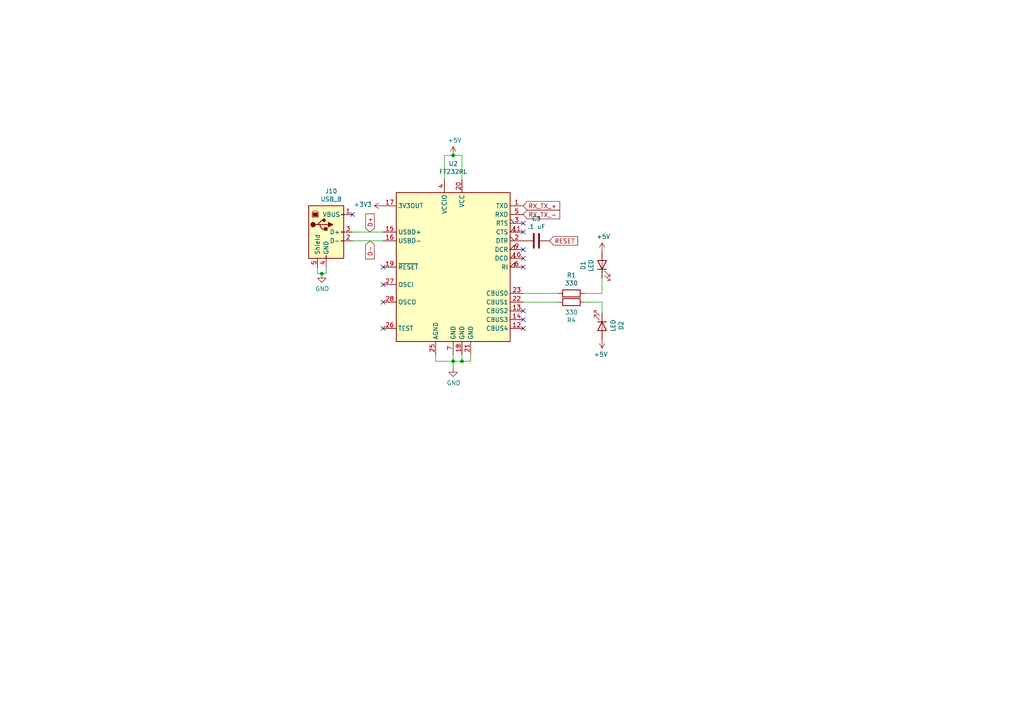
<source format=kicad_sch>
(kicad_sch (version 20211123) (generator eeschema)
  (paper "A4")
  (lib_symbols
    (symbol "Connector:USB_B" (pin_names (offset 1.016))
      (property "Reference" "J" (at -5.08 11.43 0))
      (property "Value" "USB_B" (at -5.08 8.89 0))
      (symbol "USB_B_0_1"
        (rectangle (start -5.08 -7.62) (end 5.08 7.62) (stroke (width 0.254)) (fill (type background)))
        (circle (center -3.81 2.159) (radius 0.635) (stroke (width 0.254)) (fill (type outline)))
        (rectangle (start -3.81 5.588) (end -2.54 4.572) (fill (type outline)))
        (circle (center -0.635 3.429) (radius 0.381) (stroke (width 0.254)) (fill (type outline)))
        (rectangle (start -0.127 -7.62) (end 0.127 -6.858))
        (polyline (pts (xy -1.905 2.159) (xy 0.635 2.159)) (stroke (width 0.254)))
        (polyline (pts (xy -3.175 2.159) (xy -2.54 2.159) (xy -1.27 3.429) (xy -0.635 3.429)) (stroke (width 0.254)))
        (polyline (pts (xy -2.54 2.159) (xy -1.905 2.159) (xy -1.27 0.889) (xy 0 0.889)) (stroke (width 0.254)))
        (polyline (pts (xy 0.635 2.794) (xy 0.635 1.524) (xy 1.905 2.159) (xy 0.635 2.794)) (stroke (width 0.254)) (fill (type outline)))
        (polyline (pts (xy -4.064 4.318) (xy -2.286 4.318) (xy -2.286 5.715) (xy -2.667 6.096) (xy -3.683 6.096) (xy -4.064 5.715) (xy -4.064 4.318)))
        (rectangle (start 0.254 1.27) (end -0.508 0.508) (stroke (width 0.254)) (fill (type outline)))
        (rectangle (start 5.08 -2.667) (end 4.318 -2.413))
        (rectangle (start 5.08 -0.127) (end 4.318 0.127))
        (rectangle (start 5.08 4.953) (end 4.318 5.207))
      )
      (symbol "USB_B_1_1"
        (pin power_out line (at 7.62 5.08 180) (length 2.54) (name "VBUS") (number "1"))
        (pin bidirectional line (at 7.62 -2.54 180) (length 2.54) (name "D-") (number "2"))
        (pin bidirectional line (at 7.62 0 180) (length 2.54) (name "D+") (number "3"))
        (pin power_out line (at 0 -10.16 90) (length 2.54) (name "GND") (number "4"))
        (pin passive line (at -2.54 -10.16 90) (length 2.54) (name "Shield") (number "5"))
      )
    )
    (symbol "Device:C" (pin_numbers hide) (pin_names (offset 0.254))
      (property "Reference" "C" (at 0.635 2.54 0))
      (property "Value" "C" (at 0.635 -2.54 0))
      (symbol "C_0_1"
        (polyline (pts (xy -2.032 -0.762) (xy 2.032 -0.762)) (stroke (width 0.508)))
        (polyline (pts (xy -2.032 0.762) (xy 2.032 0.762)) (stroke (width 0.508)))
      )
      (symbol "C_1_1"
        (pin passive line (at 0 3.81 270) (length 2.794) (name "~") (number "1"))
        (pin passive line (at 0 -3.81 90) (length 2.794) (name "~") (number "2"))
      )
    )
    (symbol "Device:LED" (pin_numbers hide) (pin_names (offset 1.016) hide)
      (property "Reference" "D" (at 0 2.54 0))
      (property "Value" "LED" (at 0 -2.54 0))
      (symbol "LED_0_1"
        (polyline (pts (xy -1.27 -1.27) (xy -1.27 1.27)) (stroke (width 0.254)))
        (polyline (pts (xy -1.27 0) (xy 1.27 0)))
        (polyline (pts (xy 1.27 -1.27) (xy 1.27 1.27) (xy -1.27 0) (xy 1.27 -1.27)) (stroke (width 0.254)))
        (polyline (pts (xy -3.048 -0.762) (xy -4.572 -2.286) (xy -3.81 -2.286) (xy -4.572 -2.286) (xy -4.572 -1.524)))
        (polyline (pts (xy -1.778 -0.762) (xy -3.302 -2.286) (xy -2.54 -2.286) (xy -3.302 -2.286) (xy -3.302 -1.524)))
      )
      (symbol "LED_1_1"
        (pin passive line (at -3.81 0 0) (length 2.54) (name "K") (number "1"))
        (pin passive line (at 3.81 0 180) (length 2.54) (name "A") (number "2"))
      )
    )
    (symbol "Device:R" (pin_numbers hide) (pin_names (offset 0))
      (property "Reference" "R" (at 2.032 0 90))
      (property "Value" "R" (at 0 0 90))
      (symbol "R_0_1"
        (rectangle (start -1.016 -2.54) (end 1.016 2.54) (stroke (width 0.254)))
      )
      (symbol "R_1_1"
        (pin passive line (at 0 3.81 270) (length 1.27) (name "~") (number "1"))
        (pin passive line (at 0 -3.81 90) (length 1.27) (name "~") (number "2"))
      )
    )
    (symbol "Interface_USB:FT232RL"
      (property "Reference" "U" (at -16.51 22.86 0))
      (property "Value" "FT232RL" (at 10.16 22.86 0))
      (symbol "FT232RL_0_1"
        (rectangle (start -16.51 21.59) (end 16.51 -21.59) (stroke (width 0.254)) (fill (type background)))
      )
      (symbol "FT232RL_1_1"
        (pin output line (at 20.32 17.78 180) (length 3.81) (name "TXD") (number "1"))
        (pin input input_low (at 20.32 2.54 180) (length 3.81) (name "DCD") (number "10"))
        (pin input input_low (at 20.32 10.16 180) (length 3.81) (name "CTS") (number "11"))
        (pin bidirectional line (at 20.32 -17.78 180) (length 3.81) (name "CBUS4") (number "12"))
        (pin bidirectional line (at 20.32 -12.7 180) (length 3.81) (name "CBUS2") (number "13"))
        (pin bidirectional line (at 20.32 -15.24 180) (length 3.81) (name "CBUS3") (number "14"))
        (pin bidirectional line (at -20.32 10.16 0) (length 3.81) (name "USBD+") (number "15"))
        (pin bidirectional line (at -20.32 7.62 0) (length 3.81) (name "USBD-") (number "16"))
        (pin power_out line (at -20.32 17.78 0) (length 3.81) (name "3V3OUT") (number "17"))
        (pin power_in line (at 2.54 -25.4 90) (length 3.81) (name "GND") (number "18"))
        (pin input line (at -20.32 0 0) (length 3.81) (name "~{RESET}") (number "19"))
        (pin output output_low (at 20.32 7.62 180) (length 3.81) (name "DTR") (number "2"))
        (pin power_in line (at 2.54 25.4 270) (length 3.81) (name "VCC") (number "20"))
        (pin power_in line (at 5.08 -25.4 90) (length 3.81) (name "GND") (number "21"))
        (pin bidirectional line (at 20.32 -10.16 180) (length 3.81) (name "CBUS1") (number "22"))
        (pin bidirectional line (at 20.32 -7.62 180) (length 3.81) (name "CBUS0") (number "23"))
        (pin power_in line (at -5.08 -25.4 90) (length 3.81) (name "AGND") (number "25"))
        (pin input line (at -20.32 -17.78 0) (length 3.81) (name "TEST") (number "26"))
        (pin input line (at -20.32 -5.08 0) (length 3.81) (name "OSCI") (number "27"))
        (pin output line (at -20.32 -10.16 0) (length 3.81) (name "OSCO") (number "28"))
        (pin output output_low (at 20.32 12.7 180) (length 3.81) (name "RTS") (number "3"))
        (pin power_in line (at -2.54 25.4 270) (length 3.81) (name "VCCIO") (number "4"))
        (pin input line (at 20.32 15.24 180) (length 3.81) (name "RXD") (number "5"))
        (pin input input_low (at 20.32 0 180) (length 3.81) (name "RI") (number "6"))
        (pin power_in line (at 0 -25.4 90) (length 3.81) (name "GND") (number "7"))
        (pin input input_low (at 20.32 5.08 180) (length 3.81) (name "DCR") (number "9"))
      )
    )
    (symbol "power:+3V3" (power) (pin_names (offset 0))
      (property "Value" "+3V3" (at 0 3.556 0))
      (symbol "+3V3_0_1"
        (polyline (pts (xy -0.762 1.27) (xy 0 2.54)))
        (polyline (pts (xy 0 0) (xy 0 2.54)))
        (polyline (pts (xy 0 2.54) (xy 0.762 1.27)))
      )
      (symbol "+3V3_1_1"
        (pin power_in line (at 0 0 90) (length 0) hide (name "+3V3") (number "1"))
      )
    )
    (symbol "power:+5V" (power) (pin_names (offset 0))
      (property "Value" "+5V" (at 0 3.556 0))
      (symbol "+5V_0_1"
        (polyline (pts (xy -0.762 1.27) (xy 0 2.54)))
        (polyline (pts (xy 0 0) (xy 0 2.54)))
        (polyline (pts (xy 0 2.54) (xy 0.762 1.27)))
      )
      (symbol "+5V_1_1"
        (pin power_in line (at 0 0 90) (length 0) hide (name "+5V") (number "1"))
      )
    )
    (symbol "power:GND" (power) (pin_names (offset 0))
      (property "Value" "GND" (at 0 -3.81 0))
      (symbol "GND_0_1"
        (polyline (pts (xy 0 0) (xy 0 -1.27) (xy 1.27 -1.27) (xy 0 -2.54) (xy -1.27 -1.27) (xy 0 -1.27)))
      )
      (symbol "GND_1_1"
        (pin power_in line (at 0 0 270) (length 0) hide (name "GND") (number "1"))
      )
    )
  )
  (junction (at 131.445 104.775))
  (junction (at 131.445 45.085))
  (junction (at 133.985 104.775))
  (junction (at 93.345 79.375))
  (no_connect (at 151.765 92.71))
  (no_connect (at 151.765 64.77))
  (no_connect (at 151.765 90.17))
  (no_connect (at 111.125 77.47))
  (no_connect (at 151.765 77.47))
  (no_connect (at 111.125 87.63))
  (no_connect (at 102.235 62.23))
  (no_connect (at 151.765 67.31))
  (no_connect (at 151.765 72.39))
  (no_connect (at 151.765 74.93))
  (no_connect (at 111.125 82.55))
  (no_connect (at 151.765 95.25))
  (no_connect (at 111.125 95.25))
  (wire (pts (xy 133.985 104.775) (xy 131.445 104.775)))
  (wire (pts (xy 102.235 69.85) (xy 111.125 69.85)))
  (wire (pts (xy 128.905 45.085) (xy 131.445 45.085)))
  (wire (pts (xy 133.985 102.87) (xy 133.985 104.775)))
  (wire (pts (xy 133.985 52.07) (xy 133.985 45.085)))
  (wire (pts (xy 92.075 79.375) (xy 93.345 79.375)))
  (wire (pts (xy 174.625 85.09) (xy 174.625 80.645)))
  (wire (pts (xy 133.985 45.085) (xy 131.445 45.085)))
  (wire (pts (xy 136.525 102.87) (xy 136.525 104.775)))
  (wire (pts (xy 136.525 104.775) (xy 133.985 104.775)))
  (wire (pts (xy 151.765 85.09) (xy 161.925 85.09)))
  (wire (pts (xy 169.545 87.63) (xy 174.625 87.63)))
  (wire (pts (xy 126.365 104.775) (xy 131.445 104.775)))
  (wire (pts (xy 131.445 104.775) (xy 131.445 106.68)))
  (wire (pts (xy 94.615 79.375) (xy 93.345 79.375)))
  (wire (pts (xy 151.765 87.63) (xy 161.925 87.63)))
  (wire (pts (xy 131.445 102.87) (xy 131.445 104.775)))
  (wire (pts (xy 102.235 67.31) (xy 111.125 67.31)))
  (wire (pts (xy 94.615 77.47) (xy 94.615 79.375)))
  (wire (pts (xy 174.625 87.63) (xy 174.625 90.805)))
  (wire (pts (xy 126.365 102.87) (xy 126.365 104.775)))
  (wire (pts (xy 169.545 85.09) (xy 174.625 85.09)))
  (wire (pts (xy 92.075 77.47) (xy 92.075 79.375)))
  (wire (pts (xy 128.905 52.07) (xy 128.905 45.085)))
  (global_label "RX_TX_-" (shape input) (at 151.765 62.23 0) (property "Intersheet References" "${INTERSHEET_REFS}" (effects hide)))
  (global_label "D-" (shape input) (at 107.315 69.85 270) (property "Intersheet References" "${INTERSHEET_REFS}" (effects hide)))
  (global_label "RESET" (shape input) (at 159.385 69.85 0) (property "Intersheet References" "${INTERSHEET_REFS}" (effects hide)))
  (global_label "D+" (shape input) (at 107.315 67.31 90) (property "Intersheet References" "${INTERSHEET_REFS}" (effects hide)))
  (global_label "RX_TX_+" (shape input) (at 151.765 59.69 0) (property "Intersheet References" "${INTERSHEET_REFS}" (effects hide)))
  (symbol (lib_id "power:+5V") (at 131.445 45.085 0) (unit 1)
    (property "Reference" "#PWR0124" (effects hide))
    (property "Value" "+5V" (at 131.826 40.6908 0))
  )
  (symbol (lib_id "Interface_USB:FT232RL") (at 131.445 77.47 0) (unit 1)
    (property "Reference" "U2" (at 131.445 47.4726 0))
    (property "Value" "FT232RL" (at 131.445 49.784 0))
    (property "Footprint" "Package_SO:SSOP-28_5.3x10.2mm_P0.65mm" (effects hide))
    (property "Datasheet" "https://www.ftdichip.com/Support/Documents/DataSheets/ICs/DS_FT232R.pdf" (effects hide))
  )
  (symbol (lib_id "power:+3V3") (at 111.125 59.69 90) (unit 1)
    (property "Reference" "#PWR0125" (effects hide))
    (property "Value" "+3V3" (at 107.8738 59.309 90) (effects (justify left)))
  )
  (symbol (lib_id "Device:C") (at 155.575 69.85 270) (unit 1)
    (property "Reference" "C3" (at 155.575 63.4492 90))
    (property "Value" ".1 uF" (at 155.575 65.7606 90))
    (property "Footprint" "Capacitor_SMD:C_0603_1608Metric_Pad1.08x0.95mm_HandSolder" (effects hide))
  )
  (symbol (lib_id "power:+5V") (at 174.625 98.425 180) (unit 1)
    (property "Reference" "#PWR0126" (effects hide))
    (property "Value" "+5V" (at 174.244 102.8192 0))
  )
  (symbol (lib_id "power:+5V") (at 174.625 73.025 0) (unit 1)
    (property "Reference" "#PWR0131" (effects hide))
    (property "Value" "+5V" (at 175.006 68.6308 0))
  )
  (symbol (lib_id "Device:LED") (at 174.625 94.615 270) (unit 1)
    (property "Reference" "D2" (at 180.1368 94.4372 0))
    (property "Value" "LED" (at 177.8254 94.4372 0))
    (property "Footprint" "LED_THT:LED_D5.0mm" (effects hide))
  )
  (symbol (lib_id "Device:LED") (at 174.625 76.835 90) (unit 1)
    (property "Reference" "D1" (at 169.1132 77.0128 0))
    (property "Value" "LED" (at 171.4246 77.0128 0))
    (property "Footprint" "LED_THT:LED_D5.0mm" (effects hide))
  )
  (symbol (lib_id "Device:R") (at 165.735 87.63 90) (unit 1)
    (property "Reference" "R4" (at 165.735 92.8878 90))
    (property "Value" "330" (at 165.735 90.5764 90))
    (property "Footprint" "Resistor_SMD:R_0805_2012Metric_Pad1.20x1.40mm_HandSolder" (effects hide))
  )
  (symbol (lib_id "Device:R") (at 165.735 85.09 270) (unit 1)
    (property "Reference" "R1" (at 165.735 79.8322 90))
    (property "Value" "330" (at 165.735 82.1436 90))
    (property "Footprint" "Resistor_SMD:R_0805_2012Metric_Pad1.20x1.40mm_HandSolder" (effects hide))
  )
  (symbol (lib_id "power:GND") (at 131.445 106.68 0) (unit 1)
    (property "Reference" "#PWR0134" (effects hide))
    (property "Value" "GND" (at 131.572 111.0742 0))
  )
  (symbol (lib_id "power:GND") (at 93.345 79.375 0) (unit 1)
    (property "Reference" "#PWR0135" (effects hide))
    (property "Value" "GND" (at 93.472 83.7692 0))
  )
  (symbol (lib_id "Connector:USB_B") (at 94.615 67.31 0) (unit 1)
    (property "Reference" "J10" (at 96.0628 55.4482 0))
    (property "Value" "USB_B" (at 96.0628 57.7596 0))
    (property "Footprint" "Connector_USB:USB_B_Lumberg_2411_02_Horizontal" (effects hide))
    (property "Datasheet" " ~" (effects hide))
  )
)
</source>
